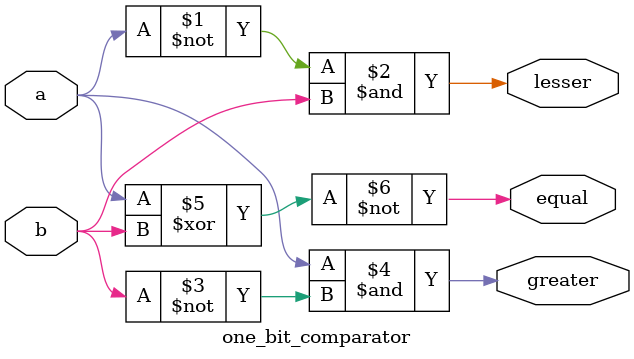
<source format=v>
`timescale 1ns / 1ps
module one_bit_comparator(
    input a,
    input b,
    output lesser,
    output greater,
    output equal
    );
	 assign lesser=~a & b;
	 assign greater=a & ~b;
	 assign equal= ~(a^b);


endmodule

</source>
